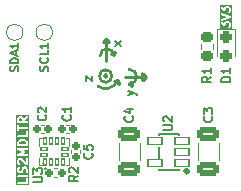
<source format=gbr>
%TF.GenerationSoftware,KiCad,Pcbnew,9.0.0*%
%TF.CreationDate,2025-05-23T16:00:21+04:00*%
%TF.ProjectId,02_05_sensor_magnetometer_LIS2MDLTR,30325f30-355f-4736-956e-736f725f6d61,rev?*%
%TF.SameCoordinates,Original*%
%TF.FileFunction,Legend,Top*%
%TF.FilePolarity,Positive*%
%FSLAX46Y46*%
G04 Gerber Fmt 4.6, Leading zero omitted, Abs format (unit mm)*
G04 Created by KiCad (PCBNEW 9.0.0) date 2025-05-23 16:00:21*
%MOMM*%
%LPD*%
G01*
G04 APERTURE LIST*
G04 Aperture macros list*
%AMRoundRect*
0 Rectangle with rounded corners*
0 $1 Rounding radius*
0 $2 $3 $4 $5 $6 $7 $8 $9 X,Y pos of 4 corners*
0 Add a 4 corners polygon primitive as box body*
4,1,4,$2,$3,$4,$5,$6,$7,$8,$9,$2,$3,0*
0 Add four circle primitives for the rounded corners*
1,1,$1+$1,$2,$3*
1,1,$1+$1,$4,$5*
1,1,$1+$1,$6,$7*
1,1,$1+$1,$8,$9*
0 Add four rect primitives between the rounded corners*
20,1,$1+$1,$2,$3,$4,$5,0*
20,1,$1+$1,$4,$5,$6,$7,0*
20,1,$1+$1,$6,$7,$8,$9,0*
20,1,$1+$1,$8,$9,$2,$3,0*%
G04 Aperture macros list end*
%ADD10C,0.254000*%
%ADD11C,0.190500*%
%ADD12C,0.175000*%
%ADD13C,0.150000*%
%ADD14C,0.152000*%
%ADD15C,0.059995*%
%ADD16C,0.300000*%
%ADD17C,0.120000*%
%ADD18C,0.100000*%
%ADD19C,0.150013*%
%ADD20C,0.000000*%
%ADD21RoundRect,0.101600X0.175000X0.725000X-0.175000X0.725000X-0.175000X-0.725000X0.175000X-0.725000X0*%
%ADD22C,0.657200*%
%ADD23RoundRect,0.050000X0.600000X-0.300000X0.600000X0.300000X-0.600000X0.300000X-0.600000X-0.300000X0*%
%ADD24RoundRect,0.225000X-0.300000X0.225000X-0.300000X-0.225000X0.300000X-0.225000X0.300000X0.225000X0*%
%ADD25RoundRect,0.165000X0.195000X-0.165000X0.195000X0.165000X-0.195000X0.165000X-0.195000X-0.165000X0*%
%ADD26RoundRect,0.243750X-0.281250X0.243750X-0.281250X-0.243750X0.281250X-0.243750X0.281250X0.243750X0*%
%ADD27RoundRect,0.160000X-0.160000X-0.210000X0.160000X-0.210000X0.160000X0.210000X-0.160000X0.210000X0*%
%ADD28C,1.100000*%
%ADD29RoundRect,0.165000X0.165000X0.195000X-0.165000X0.195000X-0.165000X-0.195000X0.165000X-0.195000X0*%
%ADD30RoundRect,0.271739X0.678261X-0.353261X0.678261X0.353261X-0.678261X0.353261X-0.678261X-0.353261X0*%
%ADD31RoundRect,0.165000X-0.165000X-0.195000X0.165000X-0.195000X0.165000X0.195000X-0.165000X0.195000X0*%
%ADD32RoundRect,0.050000X-0.140005X-0.250000X0.140005X-0.250000X0.140005X0.250000X-0.140005X0.250000X0*%
%ADD33RoundRect,0.050000X-0.250000X-0.140005X0.250000X-0.140005X0.250000X0.140005X-0.250000X0.140005X0*%
G04 APERTURE END LIST*
D10*
X149711200Y-98863625D02*
X149838200Y-99219225D01*
X147727000Y-98400000D02*
G75*
G02*
X147473000Y-98400000I-127000J0D01*
G01*
X147473000Y-98400000D02*
G75*
G02*
X147727000Y-98400000I127000J0D01*
G01*
X150981200Y-98457225D02*
X150727200Y-98711225D01*
X148282625Y-96660100D02*
X148028625Y-96533100D01*
X148565200Y-98854025D02*
G75*
G02*
X146952268Y-99260469I-977000J473525D01*
G01*
X148409625Y-96406100D02*
X148028625Y-96533100D01*
X150981200Y-98457225D02*
X150727200Y-98203225D01*
X148336600Y-98850850D02*
X148692200Y-99057225D01*
X148282625Y-96660100D02*
X148409625Y-96406100D01*
X147647625Y-95263100D02*
X147901625Y-95517100D01*
X147647625Y-95263100D02*
X147647625Y-97168100D01*
X147139625Y-96660100D02*
G75*
G02*
X148282625Y-96660100I571500J-16D01*
G01*
X148644575Y-98723850D02*
X148336600Y-98850850D01*
X147901625Y-95517100D02*
X147393625Y-95517100D01*
X148133400Y-98400000D02*
G75*
G02*
X147066600Y-98400000I-533400J0D01*
G01*
X147066600Y-98400000D02*
G75*
G02*
X148133400Y-98400000I533400J0D01*
G01*
X148644575Y-98723850D02*
X148692200Y-99057225D01*
X149584200Y-97822225D02*
G75*
G02*
X149584200Y-99092175I0J-634975D01*
G01*
X149584200Y-99092225D02*
X149838200Y-99219225D01*
X149584200Y-99092225D02*
X149711200Y-98863625D01*
X147647625Y-95263100D02*
X147393625Y-95517100D01*
X150981200Y-98457225D02*
X149203200Y-98457225D01*
X150701800Y-98177825D02*
X150701800Y-98736625D01*
D11*
X149451055Y-100017611D02*
X149984389Y-99827135D01*
X149451055Y-99636658D02*
X149984389Y-99827135D01*
X149984389Y-99827135D02*
X150174865Y-99903325D01*
X150174865Y-99903325D02*
X150212960Y-99941420D01*
X150212960Y-99941420D02*
X150251055Y-100017611D01*
D12*
G36*
X140728751Y-103925414D02*
G01*
X140778890Y-103950483D01*
X140825671Y-103997264D01*
X140850364Y-104071341D01*
X140850364Y-104148213D01*
X140275364Y-104148213D01*
X140275364Y-104071341D01*
X140300055Y-103997265D01*
X140346840Y-103950481D01*
X140396971Y-103925415D01*
X140520062Y-103894642D01*
X140605661Y-103894642D01*
X140728751Y-103925414D01*
G37*
G36*
X140457459Y-101986195D02*
G01*
X140473094Y-102001829D01*
X140493221Y-102042083D01*
X140493221Y-102219641D01*
X140275364Y-102219641D01*
X140275364Y-102042083D01*
X140295491Y-102001828D01*
X140311122Y-101986197D01*
X140351378Y-101966070D01*
X140417209Y-101966070D01*
X140457459Y-101986195D01*
G37*
G36*
X141112864Y-107660714D02*
G01*
X140012864Y-107660714D01*
X140012864Y-107468644D01*
X140102045Y-107468644D01*
X140102045Y-107502784D01*
X140115110Y-107534326D01*
X140139252Y-107558468D01*
X140170794Y-107571533D01*
X140187864Y-107573214D01*
X140937864Y-107573214D01*
X140954934Y-107571533D01*
X140986476Y-107558468D01*
X141010618Y-107534326D01*
X141023683Y-107502784D01*
X141025364Y-107485714D01*
X141025364Y-107128571D01*
X141023683Y-107111501D01*
X141010618Y-107079959D01*
X140986476Y-107055817D01*
X140954934Y-107042752D01*
X140920794Y-107042752D01*
X140889252Y-107055817D01*
X140865110Y-107079959D01*
X140852045Y-107111501D01*
X140850364Y-107128571D01*
X140850364Y-107398214D01*
X140187864Y-107398214D01*
X140170794Y-107399895D01*
X140139252Y-107412960D01*
X140115110Y-107437102D01*
X140102045Y-107468644D01*
X140012864Y-107468644D01*
X140012864Y-106861501D01*
X140102045Y-106861501D01*
X140102045Y-106895641D01*
X140115110Y-106927183D01*
X140139252Y-106951325D01*
X140170794Y-106964390D01*
X140187864Y-106966071D01*
X140937864Y-106966071D01*
X140954934Y-106964390D01*
X140986476Y-106951325D01*
X141010618Y-106927183D01*
X141023683Y-106895641D01*
X141023683Y-106861501D01*
X141010618Y-106829959D01*
X140986476Y-106805817D01*
X140954934Y-106792752D01*
X140937864Y-106791071D01*
X140187864Y-106791071D01*
X140170794Y-106792752D01*
X140139252Y-106805817D01*
X140115110Y-106829959D01*
X140102045Y-106861501D01*
X140012864Y-106861501D01*
X140012864Y-106235714D01*
X140100364Y-106235714D01*
X140100364Y-106414285D01*
X140102045Y-106431355D01*
X140103248Y-106434259D01*
X140103471Y-106437396D01*
X140109601Y-106453416D01*
X140145315Y-106524845D01*
X140149938Y-106532190D01*
X140150824Y-106534327D01*
X140152798Y-106536732D01*
X140154453Y-106539361D01*
X140156196Y-106540873D01*
X140161706Y-106547586D01*
X140197420Y-106583300D01*
X140204130Y-106588807D01*
X140205645Y-106590553D01*
X140208277Y-106592210D01*
X140210679Y-106594181D01*
X140212811Y-106595064D01*
X140220161Y-106599691D01*
X140291590Y-106635405D01*
X140307610Y-106641535D01*
X140310746Y-106641757D01*
X140313651Y-106642961D01*
X140330721Y-106644642D01*
X140402150Y-106644642D01*
X140419220Y-106642961D01*
X140422124Y-106641757D01*
X140425262Y-106641535D01*
X140441281Y-106635404D01*
X140512709Y-106599690D01*
X140520052Y-106595067D01*
X140522191Y-106594182D01*
X140524597Y-106592206D01*
X140527225Y-106590553D01*
X140528737Y-106588809D01*
X140535450Y-106583300D01*
X140571164Y-106547586D01*
X140576668Y-106540878D01*
X140578417Y-106539362D01*
X140580076Y-106536726D01*
X140582045Y-106534327D01*
X140582928Y-106532195D01*
X140587554Y-106524846D01*
X140623269Y-106453417D01*
X140623747Y-106452167D01*
X140624124Y-106451659D01*
X140626685Y-106444490D01*
X140629400Y-106437397D01*
X140629444Y-106436767D01*
X140629895Y-106435507D01*
X140663280Y-106301964D01*
X140688346Y-106251833D01*
X140703983Y-106236196D01*
X140744233Y-106216071D01*
X140774352Y-106216071D01*
X140814602Y-106236196D01*
X140830239Y-106251833D01*
X140850364Y-106292083D01*
X140850364Y-106435800D01*
X140819140Y-106529472D01*
X140815337Y-106546198D01*
X140817757Y-106580253D01*
X140833026Y-106610790D01*
X140858818Y-106633159D01*
X140891206Y-106643955D01*
X140925261Y-106641535D01*
X140955798Y-106626266D01*
X140978167Y-106600474D01*
X140985160Y-106584812D01*
X141020874Y-106477670D01*
X141022798Y-106469204D01*
X141023683Y-106467070D01*
X141023987Y-106463975D01*
X141024677Y-106460944D01*
X141024513Y-106458639D01*
X141025364Y-106450000D01*
X141025364Y-106271428D01*
X141023683Y-106254358D01*
X141022479Y-106251453D01*
X141022257Y-106248317D01*
X141016126Y-106232297D01*
X140980412Y-106160869D01*
X140975789Y-106153525D01*
X140974904Y-106151387D01*
X140972928Y-106148980D01*
X140971275Y-106146353D01*
X140969531Y-106144840D01*
X140964022Y-106138128D01*
X140928307Y-106102413D01*
X140921594Y-106096903D01*
X140920082Y-106095160D01*
X140917454Y-106093506D01*
X140915048Y-106091531D01*
X140912909Y-106090645D01*
X140905566Y-106086023D01*
X140834138Y-106050309D01*
X140818119Y-106044178D01*
X140814981Y-106043955D01*
X140812077Y-106042752D01*
X140795007Y-106041071D01*
X140723578Y-106041071D01*
X140706508Y-106042752D01*
X140703603Y-106043955D01*
X140700467Y-106044178D01*
X140684447Y-106050309D01*
X140613019Y-106086023D01*
X140605675Y-106090645D01*
X140603537Y-106091531D01*
X140601130Y-106093506D01*
X140598503Y-106095160D01*
X140596990Y-106096903D01*
X140590278Y-106102413D01*
X140554563Y-106138128D01*
X140549053Y-106144840D01*
X140547310Y-106146353D01*
X140545656Y-106148980D01*
X140543681Y-106151387D01*
X140542795Y-106153525D01*
X140538173Y-106160869D01*
X140502459Y-106232297D01*
X140501982Y-106233542D01*
X140501604Y-106234053D01*
X140499043Y-106241219D01*
X140496328Y-106248316D01*
X140496283Y-106248948D01*
X140495834Y-106250206D01*
X140462447Y-106383748D01*
X140437380Y-106433881D01*
X140421745Y-106449517D01*
X140381495Y-106469642D01*
X140351378Y-106469642D01*
X140311122Y-106449514D01*
X140295491Y-106433883D01*
X140275364Y-106393628D01*
X140275364Y-106249913D01*
X140306588Y-106156240D01*
X140310391Y-106139515D01*
X140307971Y-106105460D01*
X140292702Y-106074922D01*
X140266910Y-106052553D01*
X140234522Y-106041757D01*
X140200467Y-106044178D01*
X140169930Y-106059446D01*
X140147561Y-106085238D01*
X140140568Y-106100901D01*
X140104854Y-106208044D01*
X140102929Y-106216509D01*
X140102045Y-106218644D01*
X140101740Y-106221738D01*
X140101051Y-106224770D01*
X140101214Y-106227074D01*
X140100364Y-106235714D01*
X140012864Y-106235714D01*
X140012864Y-105557142D01*
X140100364Y-105557142D01*
X140100364Y-105735714D01*
X140102045Y-105752784D01*
X140103248Y-105755688D01*
X140103471Y-105758826D01*
X140109602Y-105774845D01*
X140145316Y-105846273D01*
X140149938Y-105853616D01*
X140150824Y-105855755D01*
X140152799Y-105858161D01*
X140154453Y-105860789D01*
X140156196Y-105862301D01*
X140161706Y-105869014D01*
X140197420Y-105904728D01*
X140210679Y-105915609D01*
X140242221Y-105928675D01*
X140276363Y-105928675D01*
X140307905Y-105915609D01*
X140332045Y-105891469D01*
X140345111Y-105859927D01*
X140345111Y-105825785D01*
X140332045Y-105794243D01*
X140321164Y-105780984D01*
X140295489Y-105755309D01*
X140275364Y-105715059D01*
X140275364Y-105577797D01*
X140295489Y-105537546D01*
X140311123Y-105521911D01*
X140351378Y-105501785D01*
X140387950Y-105501785D01*
X140462026Y-105526477D01*
X140875992Y-105940443D01*
X140889251Y-105951324D01*
X140889252Y-105951325D01*
X140920794Y-105964390D01*
X140954934Y-105964390D01*
X140986476Y-105951325D01*
X141010618Y-105927183D01*
X141023683Y-105895641D01*
X141025364Y-105878571D01*
X141025364Y-105414285D01*
X141023683Y-105397215D01*
X141010618Y-105365673D01*
X140986476Y-105341531D01*
X140954934Y-105328466D01*
X140920794Y-105328466D01*
X140889252Y-105341531D01*
X140865110Y-105365673D01*
X140852045Y-105397215D01*
X140850364Y-105414285D01*
X140850364Y-105667327D01*
X140571164Y-105388127D01*
X140557905Y-105377245D01*
X140554999Y-105376041D01*
X140552625Y-105373982D01*
X140536962Y-105366989D01*
X140429820Y-105331275D01*
X140421354Y-105329350D01*
X140419220Y-105328466D01*
X140416125Y-105328161D01*
X140413094Y-105327472D01*
X140410789Y-105327635D01*
X140402150Y-105326785D01*
X140330721Y-105326785D01*
X140313651Y-105328466D01*
X140310746Y-105329669D01*
X140307610Y-105329892D01*
X140291590Y-105336022D01*
X140220161Y-105371736D01*
X140212813Y-105376361D01*
X140210678Y-105377246D01*
X140208274Y-105379218D01*
X140205645Y-105380874D01*
X140204131Y-105382618D01*
X140197419Y-105388128D01*
X140161705Y-105423843D01*
X140156198Y-105430553D01*
X140154453Y-105432067D01*
X140152797Y-105434697D01*
X140150824Y-105437102D01*
X140149939Y-105439238D01*
X140145316Y-105446583D01*
X140109602Y-105518011D01*
X140103471Y-105534030D01*
X140103248Y-105537167D01*
X140102045Y-105540072D01*
X140100364Y-105557142D01*
X140012864Y-105557142D01*
X140012864Y-104606141D01*
X140101378Y-104606141D01*
X140102045Y-104607975D01*
X140102045Y-104609926D01*
X140107856Y-104623956D01*
X140113046Y-104638227D01*
X140114363Y-104639665D01*
X140115110Y-104641468D01*
X140125847Y-104652205D01*
X140136104Y-104663405D01*
X140138417Y-104664775D01*
X140139252Y-104665610D01*
X140141162Y-104666401D01*
X140150862Y-104672147D01*
X140516666Y-104842856D01*
X140150862Y-105013565D01*
X140141162Y-105019310D01*
X140139252Y-105020102D01*
X140138417Y-105020936D01*
X140136104Y-105022307D01*
X140125847Y-105033506D01*
X140115110Y-105044244D01*
X140114363Y-105046046D01*
X140113046Y-105047485D01*
X140107856Y-105061755D01*
X140102045Y-105075786D01*
X140102045Y-105077736D01*
X140101378Y-105079571D01*
X140102045Y-105094737D01*
X140102045Y-105109926D01*
X140102792Y-105111730D01*
X140102878Y-105113679D01*
X140109297Y-105127435D01*
X140115110Y-105141468D01*
X140116489Y-105142847D01*
X140117315Y-105144616D01*
X140128514Y-105154872D01*
X140139252Y-105165610D01*
X140141054Y-105166356D01*
X140142493Y-105167674D01*
X140156763Y-105172863D01*
X140170794Y-105178675D01*
X140173469Y-105178938D01*
X140174579Y-105179342D01*
X140176644Y-105179251D01*
X140187864Y-105180356D01*
X140937864Y-105180356D01*
X140954934Y-105178675D01*
X140986476Y-105165610D01*
X141010618Y-105141468D01*
X141023683Y-105109926D01*
X141023683Y-105075786D01*
X141010618Y-105044244D01*
X140986476Y-105020102D01*
X140954934Y-105007037D01*
X140937864Y-105005356D01*
X140582275Y-105005356D01*
X140760580Y-104922147D01*
X140766830Y-104918444D01*
X140768949Y-104917674D01*
X140770446Y-104916302D01*
X140775338Y-104913405D01*
X140784319Y-104903597D01*
X140794127Y-104894616D01*
X140795770Y-104891093D01*
X140798396Y-104888227D01*
X140802939Y-104875731D01*
X140808564Y-104863679D01*
X140808734Y-104859793D01*
X140810063Y-104856141D01*
X140809479Y-104842856D01*
X140810063Y-104829571D01*
X140808734Y-104825918D01*
X140808564Y-104822033D01*
X140802939Y-104809980D01*
X140798396Y-104797485D01*
X140795770Y-104794618D01*
X140794127Y-104791096D01*
X140784319Y-104782114D01*
X140775338Y-104772307D01*
X140770446Y-104769409D01*
X140768949Y-104768038D01*
X140766830Y-104767267D01*
X140760580Y-104763565D01*
X140582275Y-104680356D01*
X140937864Y-104680356D01*
X140954934Y-104678675D01*
X140986476Y-104665610D01*
X141010618Y-104641468D01*
X141023683Y-104609926D01*
X141023683Y-104575786D01*
X141010618Y-104544244D01*
X140986476Y-104520102D01*
X140954934Y-104507037D01*
X140937864Y-104505356D01*
X140187864Y-104505356D01*
X140176644Y-104506460D01*
X140174579Y-104506370D01*
X140173469Y-104506773D01*
X140170794Y-104507037D01*
X140156763Y-104512848D01*
X140142493Y-104518038D01*
X140141054Y-104519355D01*
X140139252Y-104520102D01*
X140128514Y-104530839D01*
X140117315Y-104541096D01*
X140116489Y-104542864D01*
X140115110Y-104544244D01*
X140109297Y-104558276D01*
X140102878Y-104572033D01*
X140102792Y-104573981D01*
X140102045Y-104575786D01*
X140102045Y-104590974D01*
X140101378Y-104606141D01*
X140012864Y-104606141D01*
X140012864Y-104057142D01*
X140100364Y-104057142D01*
X140100364Y-104235713D01*
X140102045Y-104252783D01*
X140115110Y-104284325D01*
X140139252Y-104308467D01*
X140170794Y-104321532D01*
X140187864Y-104323213D01*
X140937864Y-104323213D01*
X140954934Y-104321532D01*
X140986476Y-104308467D01*
X141010618Y-104284325D01*
X141023683Y-104252783D01*
X141025364Y-104235713D01*
X141025364Y-104057142D01*
X141024513Y-104048502D01*
X141024677Y-104046198D01*
X141023987Y-104043166D01*
X141023683Y-104040072D01*
X141022798Y-104037936D01*
X141020874Y-104029473D01*
X140985160Y-103922329D01*
X140978167Y-103906667D01*
X140976108Y-103904293D01*
X140974904Y-103901386D01*
X140964022Y-103888127D01*
X140892593Y-103816698D01*
X140885880Y-103811188D01*
X140884368Y-103809445D01*
X140881739Y-103807790D01*
X140879334Y-103805816D01*
X140877197Y-103804930D01*
X140869852Y-103800307D01*
X140798423Y-103764593D01*
X140797175Y-103764115D01*
X140796667Y-103763739D01*
X140789509Y-103761182D01*
X140782403Y-103758463D01*
X140781771Y-103758418D01*
X140780514Y-103757969D01*
X140637657Y-103722254D01*
X140634695Y-103721816D01*
X140633505Y-103721323D01*
X140627085Y-103720690D01*
X140620689Y-103719745D01*
X140619411Y-103719935D01*
X140616435Y-103719642D01*
X140509292Y-103719642D01*
X140506316Y-103719935D01*
X140505039Y-103719745D01*
X140498644Y-103720690D01*
X140492222Y-103721323D01*
X140491031Y-103721816D01*
X140488071Y-103722254D01*
X140345213Y-103757968D01*
X140343952Y-103758418D01*
X140343324Y-103758463D01*
X140336244Y-103761172D01*
X140329061Y-103763739D01*
X140328551Y-103764116D01*
X140327304Y-103764594D01*
X140255876Y-103800308D01*
X140248532Y-103804930D01*
X140246394Y-103805816D01*
X140243987Y-103807791D01*
X140241360Y-103809445D01*
X140239847Y-103811188D01*
X140233135Y-103816698D01*
X140161706Y-103888127D01*
X140150824Y-103901386D01*
X140149620Y-103904291D01*
X140147561Y-103906666D01*
X140140568Y-103922329D01*
X140104854Y-104029472D01*
X140102929Y-104037937D01*
X140102045Y-104040072D01*
X140101740Y-104043166D01*
X140101051Y-104046198D01*
X140101214Y-104048502D01*
X140100364Y-104057142D01*
X140012864Y-104057142D01*
X140012864Y-103468643D01*
X140102045Y-103468643D01*
X140102045Y-103502783D01*
X140115110Y-103534325D01*
X140139252Y-103558467D01*
X140170794Y-103571532D01*
X140187864Y-103573213D01*
X140937864Y-103573213D01*
X140954934Y-103571532D01*
X140986476Y-103558467D01*
X141010618Y-103534325D01*
X141023683Y-103502783D01*
X141025364Y-103485713D01*
X141025364Y-103128570D01*
X141023683Y-103111500D01*
X141010618Y-103079958D01*
X140986476Y-103055816D01*
X140954934Y-103042751D01*
X140920794Y-103042751D01*
X140889252Y-103055816D01*
X140865110Y-103079958D01*
X140852045Y-103111500D01*
X140850364Y-103128570D01*
X140850364Y-103398213D01*
X140187864Y-103398213D01*
X140170794Y-103399894D01*
X140139252Y-103412959D01*
X140115110Y-103437101D01*
X140102045Y-103468643D01*
X140012864Y-103468643D01*
X140012864Y-102557142D01*
X140100364Y-102557142D01*
X140100364Y-102985713D01*
X140102045Y-103002783D01*
X140115110Y-103034325D01*
X140139252Y-103058467D01*
X140170794Y-103071532D01*
X140204934Y-103071532D01*
X140236476Y-103058467D01*
X140260618Y-103034325D01*
X140273683Y-103002783D01*
X140275364Y-102985713D01*
X140275364Y-102858927D01*
X140937864Y-102858927D01*
X140954934Y-102857246D01*
X140986476Y-102844181D01*
X141010618Y-102820039D01*
X141023683Y-102788497D01*
X141023683Y-102754357D01*
X141010618Y-102722815D01*
X140986476Y-102698673D01*
X140954934Y-102685608D01*
X140937864Y-102683927D01*
X140275364Y-102683927D01*
X140275364Y-102557142D01*
X140273683Y-102540072D01*
X140260618Y-102508530D01*
X140236476Y-102484388D01*
X140204934Y-102471323D01*
X140170794Y-102471323D01*
X140139252Y-102484388D01*
X140115110Y-102508530D01*
X140102045Y-102540072D01*
X140100364Y-102557142D01*
X140012864Y-102557142D01*
X140012864Y-102021427D01*
X140100364Y-102021427D01*
X140100364Y-102307141D01*
X140102045Y-102324211D01*
X140115110Y-102355753D01*
X140139252Y-102379895D01*
X140170794Y-102392960D01*
X140187864Y-102394641D01*
X140937864Y-102394641D01*
X140954934Y-102392960D01*
X140986476Y-102379895D01*
X141010618Y-102355753D01*
X141023683Y-102324211D01*
X141023683Y-102290071D01*
X141010618Y-102258529D01*
X140986476Y-102234387D01*
X140954934Y-102221322D01*
X140937864Y-102219641D01*
X140668221Y-102219641D01*
X140668221Y-102174127D01*
X140988042Y-101950253D01*
X141001063Y-101939086D01*
X141019411Y-101910295D01*
X141025344Y-101876673D01*
X141017959Y-101843340D01*
X140998381Y-101815371D01*
X140969590Y-101797024D01*
X140935967Y-101791090D01*
X140902635Y-101798475D01*
X140887686Y-101806887D01*
X140653310Y-101970949D01*
X140623270Y-101910867D01*
X140618644Y-101903519D01*
X140617760Y-101901384D01*
X140615787Y-101898980D01*
X140614132Y-101896351D01*
X140612387Y-101894837D01*
X140606878Y-101888125D01*
X140571163Y-101852411D01*
X140564452Y-101846904D01*
X140562939Y-101845159D01*
X140560308Y-101843503D01*
X140557904Y-101841530D01*
X140555767Y-101840645D01*
X140548423Y-101836022D01*
X140476995Y-101800308D01*
X140460976Y-101794177D01*
X140457838Y-101793954D01*
X140454934Y-101792751D01*
X140437864Y-101791070D01*
X140330721Y-101791070D01*
X140313651Y-101792751D01*
X140310746Y-101793954D01*
X140307610Y-101794177D01*
X140291590Y-101800307D01*
X140220161Y-101836021D01*
X140212811Y-101840647D01*
X140210679Y-101841531D01*
X140208277Y-101843501D01*
X140205645Y-101845159D01*
X140204130Y-101846904D01*
X140197420Y-101852412D01*
X140161706Y-101888126D01*
X140156196Y-101894838D01*
X140154453Y-101896351D01*
X140152798Y-101898979D01*
X140150824Y-101901385D01*
X140149938Y-101903521D01*
X140145315Y-101910867D01*
X140109601Y-101982296D01*
X140103471Y-101998316D01*
X140103248Y-102001452D01*
X140102045Y-102004357D01*
X140100364Y-102021427D01*
X140012864Y-102021427D01*
X140012864Y-101703570D01*
X141112864Y-101703570D01*
X141112864Y-107660714D01*
G37*
D11*
X145951055Y-98817611D02*
X145951055Y-98398563D01*
X145951055Y-98398563D02*
X146484389Y-98817611D01*
X146484389Y-98817611D02*
X146484389Y-98398563D01*
X148892189Y-95860386D02*
X148358855Y-95441338D01*
X148358855Y-95860386D02*
X148892189Y-95441338D01*
D13*
G36*
X158268811Y-94418004D02*
G01*
X157263255Y-94418004D01*
X157263255Y-93833333D01*
X157341033Y-93833333D01*
X157341033Y-94266667D01*
X157342474Y-94281299D01*
X157353673Y-94308335D01*
X157374365Y-94329027D01*
X157401401Y-94340226D01*
X157430665Y-94340226D01*
X157457701Y-94329027D01*
X157478393Y-94308335D01*
X157489592Y-94281299D01*
X157491033Y-94266667D01*
X157491033Y-93998615D01*
X157633312Y-94123110D01*
X157639636Y-94127631D01*
X157641032Y-94129027D01*
X157642355Y-94129575D01*
X157645273Y-94131661D01*
X157656810Y-94135562D01*
X157668068Y-94140226D01*
X157670599Y-94140226D01*
X157672994Y-94141036D01*
X157685147Y-94140226D01*
X157697332Y-94140226D01*
X157699668Y-94139258D01*
X157702192Y-94139090D01*
X157713117Y-94133687D01*
X157724368Y-94129027D01*
X157726154Y-94127240D01*
X157728424Y-94126118D01*
X157736449Y-94116945D01*
X157745060Y-94108335D01*
X157746028Y-94105998D01*
X157747694Y-94104094D01*
X157751595Y-94092556D01*
X157756259Y-94081299D01*
X157756610Y-94077728D01*
X157757069Y-94076373D01*
X157756937Y-94074405D01*
X157757700Y-94066667D01*
X157757700Y-93984371D01*
X157777671Y-93944427D01*
X157793793Y-93928305D01*
X157833738Y-93908333D01*
X157964994Y-93908333D01*
X158004940Y-93928306D01*
X158021061Y-93944427D01*
X158041033Y-93984371D01*
X158041033Y-94148962D01*
X158021061Y-94188906D01*
X157996333Y-94213634D01*
X157987006Y-94224999D01*
X157975807Y-94252036D01*
X157975807Y-94281298D01*
X157987006Y-94308335D01*
X158007698Y-94329027D01*
X158034735Y-94340226D01*
X158063997Y-94340226D01*
X158091034Y-94329027D01*
X158102399Y-94319700D01*
X158135733Y-94286366D01*
X158140451Y-94280616D01*
X158141950Y-94279317D01*
X158143371Y-94277057D01*
X158145060Y-94275001D01*
X158145817Y-94273173D01*
X158149782Y-94266874D01*
X158183115Y-94200208D01*
X158188370Y-94186476D01*
X158188560Y-94183788D01*
X158189592Y-94181299D01*
X158191033Y-94166667D01*
X158191033Y-93966667D01*
X158189592Y-93952035D01*
X158188560Y-93949545D01*
X158188370Y-93946858D01*
X158183115Y-93933127D01*
X158149782Y-93866459D01*
X158145817Y-93860161D01*
X158145060Y-93858332D01*
X158143369Y-93856272D01*
X158141950Y-93854017D01*
X158140453Y-93852719D01*
X158135732Y-93846966D01*
X158102398Y-93813633D01*
X158096646Y-93808912D01*
X158095350Y-93807418D01*
X158093095Y-93805998D01*
X158091033Y-93804306D01*
X158089202Y-93803548D01*
X158082908Y-93799585D01*
X158016242Y-93766251D01*
X158002510Y-93760996D01*
X157999820Y-93760804D01*
X157997332Y-93759774D01*
X157982700Y-93758333D01*
X157816033Y-93758333D01*
X157801401Y-93759774D01*
X157798912Y-93760804D01*
X157796223Y-93760996D01*
X157782491Y-93766251D01*
X157715825Y-93799585D01*
X157709528Y-93803548D01*
X157707698Y-93804307D01*
X157705636Y-93805998D01*
X157703382Y-93807418D01*
X157702085Y-93808913D01*
X157696333Y-93813634D01*
X157663000Y-93846967D01*
X157658281Y-93852716D01*
X157656783Y-93854016D01*
X157655361Y-93856275D01*
X157653673Y-93858332D01*
X157652915Y-93860159D01*
X157648951Y-93866459D01*
X157624248Y-93915864D01*
X157465421Y-93776890D01*
X157459096Y-93772368D01*
X157457701Y-93770973D01*
X157456377Y-93770424D01*
X157453460Y-93768339D01*
X157441922Y-93764437D01*
X157430665Y-93759774D01*
X157428134Y-93759774D01*
X157425739Y-93758964D01*
X157413586Y-93759774D01*
X157401401Y-93759774D01*
X157399064Y-93760741D01*
X157396541Y-93760910D01*
X157385615Y-93766312D01*
X157374365Y-93770973D01*
X157372578Y-93772759D01*
X157370309Y-93773882D01*
X157362283Y-93783054D01*
X157353673Y-93791665D01*
X157352704Y-93794001D01*
X157351039Y-93795906D01*
X157347137Y-93807443D01*
X157342474Y-93818701D01*
X157342122Y-93822271D01*
X157341664Y-93823627D01*
X157341795Y-93825594D01*
X157341033Y-93833333D01*
X157263255Y-93833333D01*
X157263255Y-93157286D01*
X157341622Y-93157286D01*
X157343697Y-93186476D01*
X157356783Y-93212649D01*
X157378890Y-93231823D01*
X157392316Y-93237817D01*
X157878863Y-93399999D01*
X157392316Y-93562182D01*
X157378890Y-93568176D01*
X157356783Y-93587350D01*
X157343697Y-93613523D01*
X157341622Y-93642713D01*
X157350876Y-93670476D01*
X157370050Y-93692583D01*
X157396223Y-93705669D01*
X157425413Y-93707744D01*
X157439750Y-93704484D01*
X158139750Y-93471151D01*
X158153176Y-93465157D01*
X158157224Y-93461645D01*
X158162016Y-93459250D01*
X158168178Y-93452145D01*
X158175283Y-93445983D01*
X158177679Y-93441190D01*
X158181190Y-93437143D01*
X158184163Y-93428223D01*
X158188370Y-93419810D01*
X158188750Y-93414461D01*
X158190444Y-93409380D01*
X158189777Y-93400007D01*
X158190445Y-93390620D01*
X158188748Y-93385531D01*
X158188369Y-93380190D01*
X158184165Y-93371782D01*
X158181190Y-93362857D01*
X158177678Y-93358808D01*
X158175283Y-93354017D01*
X158168180Y-93347857D01*
X158162017Y-93340750D01*
X158157222Y-93338352D01*
X158153176Y-93334843D01*
X158139750Y-93328849D01*
X157439750Y-93095515D01*
X157425413Y-93092255D01*
X157396223Y-93094330D01*
X157370050Y-93107416D01*
X157350876Y-93129523D01*
X157341622Y-93157286D01*
X157263255Y-93157286D01*
X157263255Y-92566666D01*
X157341033Y-92566666D01*
X157341033Y-93000000D01*
X157342474Y-93014632D01*
X157353673Y-93041668D01*
X157374365Y-93062360D01*
X157401401Y-93073559D01*
X157430665Y-93073559D01*
X157457701Y-93062360D01*
X157478393Y-93041668D01*
X157489592Y-93014632D01*
X157491033Y-93000000D01*
X157491033Y-92731948D01*
X157633312Y-92856443D01*
X157639636Y-92860964D01*
X157641032Y-92862360D01*
X157642355Y-92862908D01*
X157645273Y-92864994D01*
X157656810Y-92868895D01*
X157668068Y-92873559D01*
X157670599Y-92873559D01*
X157672994Y-92874369D01*
X157685147Y-92873559D01*
X157697332Y-92873559D01*
X157699668Y-92872591D01*
X157702192Y-92872423D01*
X157713117Y-92867020D01*
X157724368Y-92862360D01*
X157726154Y-92860573D01*
X157728424Y-92859451D01*
X157736449Y-92850278D01*
X157745060Y-92841668D01*
X157746028Y-92839331D01*
X157747694Y-92837427D01*
X157751595Y-92825889D01*
X157756259Y-92814632D01*
X157756610Y-92811061D01*
X157757069Y-92809706D01*
X157756937Y-92807738D01*
X157757700Y-92800000D01*
X157757700Y-92717704D01*
X157777671Y-92677760D01*
X157793793Y-92661638D01*
X157833738Y-92641666D01*
X157964994Y-92641666D01*
X158004940Y-92661639D01*
X158021061Y-92677760D01*
X158041033Y-92717704D01*
X158041033Y-92882295D01*
X158021061Y-92922239D01*
X157996333Y-92946967D01*
X157987006Y-92958332D01*
X157975807Y-92985369D01*
X157975807Y-93014631D01*
X157987006Y-93041668D01*
X158007698Y-93062360D01*
X158034735Y-93073559D01*
X158063997Y-93073559D01*
X158091034Y-93062360D01*
X158102399Y-93053033D01*
X158135733Y-93019699D01*
X158140451Y-93013949D01*
X158141950Y-93012650D01*
X158143371Y-93010390D01*
X158145060Y-93008334D01*
X158145817Y-93006506D01*
X158149782Y-93000207D01*
X158183115Y-92933541D01*
X158188370Y-92919809D01*
X158188560Y-92917121D01*
X158189592Y-92914632D01*
X158191033Y-92900000D01*
X158191033Y-92700000D01*
X158189592Y-92685368D01*
X158188560Y-92682878D01*
X158188370Y-92680191D01*
X158183115Y-92666460D01*
X158149782Y-92599792D01*
X158145817Y-92593494D01*
X158145060Y-92591665D01*
X158143369Y-92589605D01*
X158141950Y-92587350D01*
X158140453Y-92586052D01*
X158135732Y-92580299D01*
X158102398Y-92546966D01*
X158096646Y-92542245D01*
X158095350Y-92540751D01*
X158093095Y-92539331D01*
X158091033Y-92537639D01*
X158089202Y-92536881D01*
X158082908Y-92532918D01*
X158016242Y-92499584D01*
X158002510Y-92494329D01*
X157999820Y-92494137D01*
X157997332Y-92493107D01*
X157982700Y-92491666D01*
X157816033Y-92491666D01*
X157801401Y-92493107D01*
X157798912Y-92494137D01*
X157796223Y-92494329D01*
X157782491Y-92499584D01*
X157715825Y-92532918D01*
X157709528Y-92536881D01*
X157707698Y-92537640D01*
X157705636Y-92539331D01*
X157703382Y-92540751D01*
X157702085Y-92542246D01*
X157696333Y-92546967D01*
X157663000Y-92580300D01*
X157658281Y-92586049D01*
X157656783Y-92587349D01*
X157655361Y-92589608D01*
X157653673Y-92591665D01*
X157652915Y-92593492D01*
X157648951Y-92599792D01*
X157624248Y-92649197D01*
X157465421Y-92510223D01*
X157459096Y-92505701D01*
X157457701Y-92504306D01*
X157456377Y-92503757D01*
X157453460Y-92501672D01*
X157441922Y-92497770D01*
X157430665Y-92493107D01*
X157428134Y-92493107D01*
X157425739Y-92492297D01*
X157413586Y-92493107D01*
X157401401Y-92493107D01*
X157399064Y-92494074D01*
X157396541Y-92494243D01*
X157385615Y-92499645D01*
X157374365Y-92504306D01*
X157372578Y-92506092D01*
X157370309Y-92507215D01*
X157362283Y-92516387D01*
X157353673Y-92524998D01*
X157352704Y-92527334D01*
X157351039Y-92529239D01*
X157347137Y-92540776D01*
X157342474Y-92552034D01*
X157342122Y-92555604D01*
X157341664Y-92556960D01*
X157341795Y-92558927D01*
X157341033Y-92566666D01*
X157263255Y-92566666D01*
X157263255Y-92413888D01*
X158268811Y-92413888D01*
X158268811Y-94418004D01*
G37*
D12*
X152487864Y-102971428D02*
X153095007Y-102971428D01*
X153095007Y-102971428D02*
X153166435Y-102935714D01*
X153166435Y-102935714D02*
X153202150Y-102900000D01*
X153202150Y-102900000D02*
X153237864Y-102828571D01*
X153237864Y-102828571D02*
X153237864Y-102685714D01*
X153237864Y-102685714D02*
X153202150Y-102614285D01*
X153202150Y-102614285D02*
X153166435Y-102578571D01*
X153166435Y-102578571D02*
X153095007Y-102542857D01*
X153095007Y-102542857D02*
X152487864Y-102542857D01*
X152559292Y-102221428D02*
X152523578Y-102185714D01*
X152523578Y-102185714D02*
X152487864Y-102114286D01*
X152487864Y-102114286D02*
X152487864Y-101935714D01*
X152487864Y-101935714D02*
X152523578Y-101864286D01*
X152523578Y-101864286D02*
X152559292Y-101828571D01*
X152559292Y-101828571D02*
X152630721Y-101792857D01*
X152630721Y-101792857D02*
X152702150Y-101792857D01*
X152702150Y-101792857D02*
X152809292Y-101828571D01*
X152809292Y-101828571D02*
X153237864Y-102257143D01*
X153237864Y-102257143D02*
X153237864Y-101792857D01*
X156537864Y-98450000D02*
X156180721Y-98700000D01*
X156537864Y-98878571D02*
X155787864Y-98878571D01*
X155787864Y-98878571D02*
X155787864Y-98592857D01*
X155787864Y-98592857D02*
X155823578Y-98521428D01*
X155823578Y-98521428D02*
X155859292Y-98485714D01*
X155859292Y-98485714D02*
X155930721Y-98450000D01*
X155930721Y-98450000D02*
X156037864Y-98450000D01*
X156037864Y-98450000D02*
X156109292Y-98485714D01*
X156109292Y-98485714D02*
X156145007Y-98521428D01*
X156145007Y-98521428D02*
X156180721Y-98592857D01*
X156180721Y-98592857D02*
X156180721Y-98878571D01*
X156537864Y-97735714D02*
X156537864Y-98164285D01*
X156537864Y-97950000D02*
X155787864Y-97950000D01*
X155787864Y-97950000D02*
X155895007Y-98021428D01*
X155895007Y-98021428D02*
X155966435Y-98092857D01*
X155966435Y-98092857D02*
X156002150Y-98164285D01*
X146416499Y-104929093D02*
X146452214Y-104964807D01*
X146452214Y-104964807D02*
X146487928Y-105071950D01*
X146487928Y-105071950D02*
X146487928Y-105143378D01*
X146487928Y-105143378D02*
X146452214Y-105250521D01*
X146452214Y-105250521D02*
X146380785Y-105321950D01*
X146380785Y-105321950D02*
X146309356Y-105357664D01*
X146309356Y-105357664D02*
X146166499Y-105393378D01*
X146166499Y-105393378D02*
X146059356Y-105393378D01*
X146059356Y-105393378D02*
X145916499Y-105357664D01*
X145916499Y-105357664D02*
X145845071Y-105321950D01*
X145845071Y-105321950D02*
X145773642Y-105250521D01*
X145773642Y-105250521D02*
X145737928Y-105143378D01*
X145737928Y-105143378D02*
X145737928Y-105071950D01*
X145737928Y-105071950D02*
X145773642Y-104964807D01*
X145773642Y-104964807D02*
X145809356Y-104929093D01*
X145737928Y-104250521D02*
X145737928Y-104607664D01*
X145737928Y-104607664D02*
X146095071Y-104643378D01*
X146095071Y-104643378D02*
X146059356Y-104607664D01*
X146059356Y-104607664D02*
X146023642Y-104536236D01*
X146023642Y-104536236D02*
X146023642Y-104357664D01*
X146023642Y-104357664D02*
X146059356Y-104286236D01*
X146059356Y-104286236D02*
X146095071Y-104250521D01*
X146095071Y-104250521D02*
X146166499Y-104214807D01*
X146166499Y-104214807D02*
X146345071Y-104214807D01*
X146345071Y-104214807D02*
X146416499Y-104250521D01*
X146416499Y-104250521D02*
X146452214Y-104286236D01*
X146452214Y-104286236D02*
X146487928Y-104357664D01*
X146487928Y-104357664D02*
X146487928Y-104536236D01*
X146487928Y-104536236D02*
X146452214Y-104607664D01*
X146452214Y-104607664D02*
X146416499Y-104643378D01*
X158137864Y-98878571D02*
X157387864Y-98878571D01*
X157387864Y-98878571D02*
X157387864Y-98700000D01*
X157387864Y-98700000D02*
X157423578Y-98592857D01*
X157423578Y-98592857D02*
X157495007Y-98521428D01*
X157495007Y-98521428D02*
X157566435Y-98485714D01*
X157566435Y-98485714D02*
X157709292Y-98450000D01*
X157709292Y-98450000D02*
X157816435Y-98450000D01*
X157816435Y-98450000D02*
X157959292Y-98485714D01*
X157959292Y-98485714D02*
X158030721Y-98521428D01*
X158030721Y-98521428D02*
X158102150Y-98592857D01*
X158102150Y-98592857D02*
X158137864Y-98700000D01*
X158137864Y-98700000D02*
X158137864Y-98878571D01*
X158137864Y-97735714D02*
X158137864Y-98164285D01*
X158137864Y-97950000D02*
X157387864Y-97950000D01*
X157387864Y-97950000D02*
X157495007Y-98021428D01*
X157495007Y-98021428D02*
X157566435Y-98092857D01*
X157566435Y-98092857D02*
X157602150Y-98164285D01*
X145237864Y-106825000D02*
X144880721Y-107075000D01*
X145237864Y-107253571D02*
X144487864Y-107253571D01*
X144487864Y-107253571D02*
X144487864Y-106967857D01*
X144487864Y-106967857D02*
X144523578Y-106896428D01*
X144523578Y-106896428D02*
X144559292Y-106860714D01*
X144559292Y-106860714D02*
X144630721Y-106825000D01*
X144630721Y-106825000D02*
X144737864Y-106825000D01*
X144737864Y-106825000D02*
X144809292Y-106860714D01*
X144809292Y-106860714D02*
X144845007Y-106896428D01*
X144845007Y-106896428D02*
X144880721Y-106967857D01*
X144880721Y-106967857D02*
X144880721Y-107253571D01*
X144559292Y-106539285D02*
X144523578Y-106503571D01*
X144523578Y-106503571D02*
X144487864Y-106432143D01*
X144487864Y-106432143D02*
X144487864Y-106253571D01*
X144487864Y-106253571D02*
X144523578Y-106182143D01*
X144523578Y-106182143D02*
X144559292Y-106146428D01*
X144559292Y-106146428D02*
X144630721Y-106110714D01*
X144630721Y-106110714D02*
X144702150Y-106110714D01*
X144702150Y-106110714D02*
X144809292Y-106146428D01*
X144809292Y-106146428D02*
X145237864Y-106575000D01*
X145237864Y-106575000D02*
X145237864Y-106110714D01*
D13*
X140182700Y-97983333D02*
X140216033Y-97883333D01*
X140216033Y-97883333D02*
X140216033Y-97716667D01*
X140216033Y-97716667D02*
X140182700Y-97650000D01*
X140182700Y-97650000D02*
X140149366Y-97616667D01*
X140149366Y-97616667D02*
X140082700Y-97583333D01*
X140082700Y-97583333D02*
X140016033Y-97583333D01*
X140016033Y-97583333D02*
X139949366Y-97616667D01*
X139949366Y-97616667D02*
X139916033Y-97650000D01*
X139916033Y-97650000D02*
X139882700Y-97716667D01*
X139882700Y-97716667D02*
X139849366Y-97850000D01*
X139849366Y-97850000D02*
X139816033Y-97916667D01*
X139816033Y-97916667D02*
X139782700Y-97950000D01*
X139782700Y-97950000D02*
X139716033Y-97983333D01*
X139716033Y-97983333D02*
X139649366Y-97983333D01*
X139649366Y-97983333D02*
X139582700Y-97950000D01*
X139582700Y-97950000D02*
X139549366Y-97916667D01*
X139549366Y-97916667D02*
X139516033Y-97850000D01*
X139516033Y-97850000D02*
X139516033Y-97683333D01*
X139516033Y-97683333D02*
X139549366Y-97583333D01*
X140216033Y-97283333D02*
X139516033Y-97283333D01*
X139516033Y-97283333D02*
X139516033Y-97116666D01*
X139516033Y-97116666D02*
X139549366Y-97016666D01*
X139549366Y-97016666D02*
X139616033Y-96950000D01*
X139616033Y-96950000D02*
X139682700Y-96916666D01*
X139682700Y-96916666D02*
X139816033Y-96883333D01*
X139816033Y-96883333D02*
X139916033Y-96883333D01*
X139916033Y-96883333D02*
X140049366Y-96916666D01*
X140049366Y-96916666D02*
X140116033Y-96950000D01*
X140116033Y-96950000D02*
X140182700Y-97016666D01*
X140182700Y-97016666D02*
X140216033Y-97116666D01*
X140216033Y-97116666D02*
X140216033Y-97283333D01*
X140016033Y-96616666D02*
X140016033Y-96283333D01*
X140216033Y-96683333D02*
X139516033Y-96450000D01*
X139516033Y-96450000D02*
X140216033Y-96216666D01*
X140216033Y-95616666D02*
X140216033Y-96016666D01*
X140216033Y-95816666D02*
X139516033Y-95816666D01*
X139516033Y-95816666D02*
X139616033Y-95883333D01*
X139616033Y-95883333D02*
X139682700Y-95950000D01*
X139682700Y-95950000D02*
X139716033Y-96016666D01*
D12*
X142498130Y-101720759D02*
X142531464Y-101754092D01*
X142531464Y-101754092D02*
X142564797Y-101854092D01*
X142564797Y-101854092D02*
X142564797Y-101920759D01*
X142564797Y-101920759D02*
X142531464Y-102020759D01*
X142531464Y-102020759D02*
X142464797Y-102087426D01*
X142464797Y-102087426D02*
X142398130Y-102120759D01*
X142398130Y-102120759D02*
X142264797Y-102154092D01*
X142264797Y-102154092D02*
X142164797Y-102154092D01*
X142164797Y-102154092D02*
X142031464Y-102120759D01*
X142031464Y-102120759D02*
X141964797Y-102087426D01*
X141964797Y-102087426D02*
X141898130Y-102020759D01*
X141898130Y-102020759D02*
X141864797Y-101920759D01*
X141864797Y-101920759D02*
X141864797Y-101854092D01*
X141864797Y-101854092D02*
X141898130Y-101754092D01*
X141898130Y-101754092D02*
X141931464Y-101720759D01*
X141931464Y-101454092D02*
X141898130Y-101420759D01*
X141898130Y-101420759D02*
X141864797Y-101354092D01*
X141864797Y-101354092D02*
X141864797Y-101187426D01*
X141864797Y-101187426D02*
X141898130Y-101120759D01*
X141898130Y-101120759D02*
X141931464Y-101087426D01*
X141931464Y-101087426D02*
X141998130Y-101054092D01*
X141998130Y-101054092D02*
X142064797Y-101054092D01*
X142064797Y-101054092D02*
X142164797Y-101087426D01*
X142164797Y-101087426D02*
X142564797Y-101487426D01*
X142564797Y-101487426D02*
X142564797Y-101054092D01*
X156566435Y-101825000D02*
X156602150Y-101860714D01*
X156602150Y-101860714D02*
X156637864Y-101967857D01*
X156637864Y-101967857D02*
X156637864Y-102039285D01*
X156637864Y-102039285D02*
X156602150Y-102146428D01*
X156602150Y-102146428D02*
X156530721Y-102217857D01*
X156530721Y-102217857D02*
X156459292Y-102253571D01*
X156459292Y-102253571D02*
X156316435Y-102289285D01*
X156316435Y-102289285D02*
X156209292Y-102289285D01*
X156209292Y-102289285D02*
X156066435Y-102253571D01*
X156066435Y-102253571D02*
X155995007Y-102217857D01*
X155995007Y-102217857D02*
X155923578Y-102146428D01*
X155923578Y-102146428D02*
X155887864Y-102039285D01*
X155887864Y-102039285D02*
X155887864Y-101967857D01*
X155887864Y-101967857D02*
X155923578Y-101860714D01*
X155923578Y-101860714D02*
X155959292Y-101825000D01*
X155887864Y-101575000D02*
X155887864Y-101110714D01*
X155887864Y-101110714D02*
X156173578Y-101360714D01*
X156173578Y-101360714D02*
X156173578Y-101253571D01*
X156173578Y-101253571D02*
X156209292Y-101182143D01*
X156209292Y-101182143D02*
X156245007Y-101146428D01*
X156245007Y-101146428D02*
X156316435Y-101110714D01*
X156316435Y-101110714D02*
X156495007Y-101110714D01*
X156495007Y-101110714D02*
X156566435Y-101146428D01*
X156566435Y-101146428D02*
X156602150Y-101182143D01*
X156602150Y-101182143D02*
X156637864Y-101253571D01*
X156637864Y-101253571D02*
X156637864Y-101467857D01*
X156637864Y-101467857D02*
X156602150Y-101539285D01*
X156602150Y-101539285D02*
X156566435Y-101575000D01*
D13*
X142682700Y-97966666D02*
X142716033Y-97866666D01*
X142716033Y-97866666D02*
X142716033Y-97700000D01*
X142716033Y-97700000D02*
X142682700Y-97633333D01*
X142682700Y-97633333D02*
X142649366Y-97600000D01*
X142649366Y-97600000D02*
X142582700Y-97566666D01*
X142582700Y-97566666D02*
X142516033Y-97566666D01*
X142516033Y-97566666D02*
X142449366Y-97600000D01*
X142449366Y-97600000D02*
X142416033Y-97633333D01*
X142416033Y-97633333D02*
X142382700Y-97700000D01*
X142382700Y-97700000D02*
X142349366Y-97833333D01*
X142349366Y-97833333D02*
X142316033Y-97900000D01*
X142316033Y-97900000D02*
X142282700Y-97933333D01*
X142282700Y-97933333D02*
X142216033Y-97966666D01*
X142216033Y-97966666D02*
X142149366Y-97966666D01*
X142149366Y-97966666D02*
X142082700Y-97933333D01*
X142082700Y-97933333D02*
X142049366Y-97900000D01*
X142049366Y-97900000D02*
X142016033Y-97833333D01*
X142016033Y-97833333D02*
X142016033Y-97666666D01*
X142016033Y-97666666D02*
X142049366Y-97566666D01*
X142649366Y-96866666D02*
X142682700Y-96899999D01*
X142682700Y-96899999D02*
X142716033Y-96999999D01*
X142716033Y-96999999D02*
X142716033Y-97066666D01*
X142716033Y-97066666D02*
X142682700Y-97166666D01*
X142682700Y-97166666D02*
X142616033Y-97233333D01*
X142616033Y-97233333D02*
X142549366Y-97266666D01*
X142549366Y-97266666D02*
X142416033Y-97299999D01*
X142416033Y-97299999D02*
X142316033Y-97299999D01*
X142316033Y-97299999D02*
X142182700Y-97266666D01*
X142182700Y-97266666D02*
X142116033Y-97233333D01*
X142116033Y-97233333D02*
X142049366Y-97166666D01*
X142049366Y-97166666D02*
X142016033Y-97066666D01*
X142016033Y-97066666D02*
X142016033Y-96999999D01*
X142016033Y-96999999D02*
X142049366Y-96899999D01*
X142049366Y-96899999D02*
X142082700Y-96866666D01*
X142716033Y-96233333D02*
X142716033Y-96566666D01*
X142716033Y-96566666D02*
X142016033Y-96566666D01*
X142716033Y-95633332D02*
X142716033Y-96033332D01*
X142716033Y-95833332D02*
X142016033Y-95833332D01*
X142016033Y-95833332D02*
X142116033Y-95899999D01*
X142116033Y-95899999D02*
X142182700Y-95966666D01*
X142182700Y-95966666D02*
X142216033Y-96033332D01*
D12*
X144616499Y-101729093D02*
X144652214Y-101764807D01*
X144652214Y-101764807D02*
X144687928Y-101871950D01*
X144687928Y-101871950D02*
X144687928Y-101943378D01*
X144687928Y-101943378D02*
X144652214Y-102050521D01*
X144652214Y-102050521D02*
X144580785Y-102121950D01*
X144580785Y-102121950D02*
X144509356Y-102157664D01*
X144509356Y-102157664D02*
X144366499Y-102193378D01*
X144366499Y-102193378D02*
X144259356Y-102193378D01*
X144259356Y-102193378D02*
X144116499Y-102157664D01*
X144116499Y-102157664D02*
X144045071Y-102121950D01*
X144045071Y-102121950D02*
X143973642Y-102050521D01*
X143973642Y-102050521D02*
X143937928Y-101943378D01*
X143937928Y-101943378D02*
X143937928Y-101871950D01*
X143937928Y-101871950D02*
X143973642Y-101764807D01*
X143973642Y-101764807D02*
X144009356Y-101729093D01*
X144687928Y-101014807D02*
X144687928Y-101443378D01*
X144687928Y-101229093D02*
X143937928Y-101229093D01*
X143937928Y-101229093D02*
X144045071Y-101300521D01*
X144045071Y-101300521D02*
X144116499Y-101371950D01*
X144116499Y-101371950D02*
X144152214Y-101443378D01*
X141487864Y-107371428D02*
X142095007Y-107371428D01*
X142095007Y-107371428D02*
X142166435Y-107335714D01*
X142166435Y-107335714D02*
X142202150Y-107300000D01*
X142202150Y-107300000D02*
X142237864Y-107228571D01*
X142237864Y-107228571D02*
X142237864Y-107085714D01*
X142237864Y-107085714D02*
X142202150Y-107014285D01*
X142202150Y-107014285D02*
X142166435Y-106978571D01*
X142166435Y-106978571D02*
X142095007Y-106942857D01*
X142095007Y-106942857D02*
X141487864Y-106942857D01*
X141487864Y-106657143D02*
X141487864Y-106192857D01*
X141487864Y-106192857D02*
X141773578Y-106442857D01*
X141773578Y-106442857D02*
X141773578Y-106335714D01*
X141773578Y-106335714D02*
X141809292Y-106264286D01*
X141809292Y-106264286D02*
X141845007Y-106228571D01*
X141845007Y-106228571D02*
X141916435Y-106192857D01*
X141916435Y-106192857D02*
X142095007Y-106192857D01*
X142095007Y-106192857D02*
X142166435Y-106228571D01*
X142166435Y-106228571D02*
X142202150Y-106264286D01*
X142202150Y-106264286D02*
X142237864Y-106335714D01*
X142237864Y-106335714D02*
X142237864Y-106550000D01*
X142237864Y-106550000D02*
X142202150Y-106621428D01*
X142202150Y-106621428D02*
X142166435Y-106657143D01*
X149866435Y-101825000D02*
X149902150Y-101860714D01*
X149902150Y-101860714D02*
X149937864Y-101967857D01*
X149937864Y-101967857D02*
X149937864Y-102039285D01*
X149937864Y-102039285D02*
X149902150Y-102146428D01*
X149902150Y-102146428D02*
X149830721Y-102217857D01*
X149830721Y-102217857D02*
X149759292Y-102253571D01*
X149759292Y-102253571D02*
X149616435Y-102289285D01*
X149616435Y-102289285D02*
X149509292Y-102289285D01*
X149509292Y-102289285D02*
X149366435Y-102253571D01*
X149366435Y-102253571D02*
X149295007Y-102217857D01*
X149295007Y-102217857D02*
X149223578Y-102146428D01*
X149223578Y-102146428D02*
X149187864Y-102039285D01*
X149187864Y-102039285D02*
X149187864Y-101967857D01*
X149187864Y-101967857D02*
X149223578Y-101860714D01*
X149223578Y-101860714D02*
X149259292Y-101825000D01*
X149437864Y-101182143D02*
X149937864Y-101182143D01*
X149152150Y-101360714D02*
X149687864Y-101539285D01*
X149687864Y-101539285D02*
X149687864Y-101075000D01*
D14*
%TO.C,U2*%
X152087513Y-103350000D02*
X153787513Y-103350000D01*
X152087513Y-103419799D02*
X152087513Y-103350000D01*
X152087513Y-105319723D02*
X152087513Y-104380074D01*
X152087513Y-106350000D02*
X152087513Y-106279997D01*
X153787513Y-103350000D02*
X153787513Y-103419799D01*
X153787513Y-106279997D02*
X153787513Y-106350000D01*
X153787513Y-106350000D02*
X152087513Y-106350000D01*
D15*
X154367396Y-106300089D02*
G75*
G02*
X154307452Y-106300089I-29972J0D01*
G01*
X154307452Y-106300089D02*
G75*
G02*
X154367396Y-106300089I29972J0D01*
G01*
D16*
X154616824Y-106460871D02*
G75*
G02*
X154316596Y-106460871I-150114J0D01*
G01*
X154316596Y-106460871D02*
G75*
G02*
X154616824Y-106460871I150114J0D01*
G01*
D17*
%TO.C,R1*%
X155677500Y-95662742D02*
X155677500Y-96137258D01*
X156722500Y-95662742D02*
X156722500Y-96137258D01*
%TO.C,C5*%
X144690064Y-104911929D02*
X144690064Y-104696257D01*
X145410064Y-104911929D02*
X145410064Y-104696257D01*
%TO.C,D1*%
X157065000Y-94440000D02*
X157065000Y-96725000D01*
X158535000Y-94440000D02*
X157065000Y-94440000D01*
X158535000Y-96725000D02*
X158535000Y-94440000D01*
%TO.C,R2*%
X143196423Y-106224093D02*
X143503705Y-106224093D01*
X143196423Y-106984093D02*
X143503705Y-106984093D01*
%TO.C,SDA1*%
X140600000Y-94700000D02*
G75*
G02*
X139200000Y-94700000I-700000J0D01*
G01*
X139200000Y-94700000D02*
G75*
G02*
X140600000Y-94700000I700000J0D01*
G01*
%TO.C,C2*%
X142357900Y-102544093D02*
X142142228Y-102544093D01*
X142357900Y-103264093D02*
X142142228Y-103264093D01*
%TO.C,C3*%
X155390000Y-105511252D02*
X155390000Y-104088748D01*
X157210000Y-105511252D02*
X157210000Y-104088748D01*
%TO.C,SCL1*%
X143100000Y-94700000D02*
G75*
G02*
X141700000Y-94700000I-700000J0D01*
G01*
X141700000Y-94700000D02*
G75*
G02*
X143100000Y-94700000I700000J0D01*
G01*
%TO.C,C1*%
X144242228Y-102544093D02*
X144457900Y-102544093D01*
X144242228Y-103264093D02*
X144457900Y-103264093D01*
D18*
%TO.C,U3*%
X141980061Y-103661091D02*
X141980061Y-104296092D01*
X141980061Y-105312094D02*
X141980061Y-105947095D01*
X141980061Y-105947095D02*
X142205944Y-105947095D01*
X142234062Y-103661091D02*
X141980061Y-103661091D01*
X144266066Y-103661091D02*
X144520067Y-103661091D01*
X144520067Y-103661091D02*
X144520067Y-104296092D01*
X144520067Y-105312094D02*
X144520067Y-105947095D01*
X144520067Y-105947095D02*
X144266066Y-105947095D01*
D15*
X142280061Y-105804093D02*
G75*
G02*
X142220067Y-105804093I-29997J0D01*
G01*
X142220067Y-105804093D02*
G75*
G02*
X142280061Y-105804093I29997J0D01*
G01*
D19*
X142574931Y-106261548D02*
G75*
G02*
X142425069Y-106261548I-74931J0D01*
G01*
X142425069Y-106261548D02*
G75*
G02*
X142574931Y-106261548I74931J0D01*
G01*
D17*
%TO.C,C4*%
X148690000Y-105511252D02*
X148690000Y-104088748D01*
X150510000Y-105511252D02*
X150510000Y-104088748D01*
%TD*%
%LPC*%
D18*
X138550000Y-113850000D02*
X158450000Y-113850000D01*
X158450000Y-114450000D01*
X138550000Y-114450000D01*
X138550000Y-113850000D01*
G36*
X138550000Y-113850000D02*
G01*
X158450000Y-113850000D01*
X158450000Y-114450000D01*
X138550000Y-114450000D01*
X138550000Y-113850000D01*
G37*
D20*
%TO.C,J1*%
G36*
X150777686Y-92669501D02*
G01*
X150856638Y-92964152D01*
X150985556Y-93240617D01*
X151160522Y-93490495D01*
X151376222Y-93706195D01*
X151626100Y-93881161D01*
X151902565Y-94010079D01*
X152197216Y-94089031D01*
X152501100Y-94115617D01*
X152804984Y-94089031D01*
X153099635Y-94010079D01*
X153376100Y-93881161D01*
X153625978Y-93706195D01*
X153841678Y-93490495D01*
X154016644Y-93240617D01*
X154145562Y-92964152D01*
X154251100Y-92365617D01*
X155251100Y-92365617D01*
X155227573Y-92724564D01*
X155157396Y-93077369D01*
X155041769Y-93417996D01*
X154882670Y-93740617D01*
X154682822Y-94039711D01*
X154445644Y-94310161D01*
X154175194Y-94547339D01*
X153876100Y-94747187D01*
X153553479Y-94906286D01*
X153212852Y-95021913D01*
X152501100Y-95115617D01*
X152142153Y-95092090D01*
X151789348Y-95021913D01*
X151448721Y-94906286D01*
X151126100Y-94747187D01*
X150827006Y-94547339D01*
X150556556Y-94310161D01*
X150319378Y-94039711D01*
X150119530Y-93740617D01*
X149960431Y-93417996D01*
X149844804Y-93077369D01*
X149774627Y-92724564D01*
X149751100Y-92365617D01*
X150751100Y-92365617D01*
X150777686Y-92669501D01*
G37*
%TD*%
D21*
%TO.C,J1*%
X157751100Y-113090617D03*
X157251100Y-113090617D03*
X156751100Y-113090617D03*
X156251100Y-113090617D03*
X155751100Y-113090617D03*
X155251100Y-113090617D03*
X154751100Y-113090617D03*
X154251100Y-113090617D03*
X153751100Y-113090617D03*
X153251100Y-113090617D03*
X152751100Y-113090617D03*
X152251100Y-113090617D03*
X149751100Y-113090617D03*
X149251100Y-113090617D03*
X148751100Y-113090617D03*
X148251100Y-113090617D03*
X147751100Y-113090617D03*
X147251100Y-113090617D03*
X146751100Y-113090617D03*
X146251100Y-113090617D03*
X145751100Y-113090617D03*
X145251100Y-113090617D03*
X144751100Y-113090617D03*
X144251100Y-113090617D03*
X143751100Y-113090617D03*
X143251100Y-113090617D03*
X142751100Y-113090617D03*
X142251100Y-113090617D03*
X141751100Y-113090617D03*
X141251100Y-113090617D03*
X140751100Y-113090617D03*
X140251100Y-113090617D03*
X139751100Y-113090617D03*
X139251100Y-113090617D03*
D22*
X150401100Y-93365617D03*
X152501100Y-94665617D03*
X154601100Y-93365617D03*
%TD*%
D23*
%TO.C,U2*%
X154087487Y-105799962D03*
X154087487Y-104850000D03*
X154087487Y-103900038D03*
X151787513Y-103900038D03*
X151787513Y-105799962D03*
%TD*%
D24*
%TO.C,R1*%
X156200000Y-95075000D03*
X156200000Y-96725000D03*
%TD*%
D25*
%TO.C,C5*%
X145050064Y-105284093D03*
X145050064Y-104324093D03*
%TD*%
D26*
%TO.C,D1*%
X157800000Y-95137500D03*
X157800000Y-96712500D03*
%TD*%
D27*
%TO.C,R2*%
X142840064Y-106604093D03*
X143860064Y-106604093D03*
%TD*%
D28*
%TO.C,SDA1*%
X139900000Y-94700000D03*
%TD*%
D29*
%TO.C,C2*%
X142730064Y-102904093D03*
X141770064Y-102904093D03*
%TD*%
D30*
%TO.C,C3*%
X156300000Y-106275000D03*
X156300000Y-103325000D03*
%TD*%
D28*
%TO.C,SCL1*%
X142400000Y-94700000D03*
%TD*%
D31*
%TO.C,C1*%
X143870064Y-102904093D03*
X144830064Y-102904093D03*
%TD*%
D32*
%TO.C,U3*%
X142500000Y-105679125D03*
X143000128Y-105679125D03*
X143500000Y-105679125D03*
X144000128Y-105679125D03*
D33*
X144125096Y-105054029D03*
X144125096Y-104554157D03*
D32*
X144000128Y-103929061D03*
X143500000Y-103929061D03*
X143000128Y-103929061D03*
X142500000Y-103929061D03*
D33*
X142375032Y-104554157D03*
X142375032Y-105054029D03*
%TD*%
D30*
%TO.C,C4*%
X149600000Y-106275000D03*
X149600000Y-103325000D03*
%TD*%
%LPD*%
M02*

</source>
